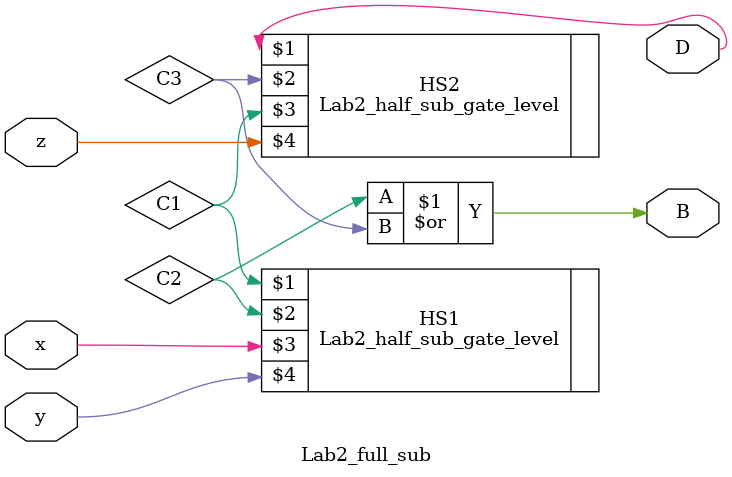
<source format=v>
module Lab2_full_sub(output D, B, input x, y, z);
   wire C1, C2, C3;
   Lab2_half_sub_gate_level HS1(C1, C2, x, y);
   Lab2_half_sub_gate_level HS2(D, C3, C1, z);
   or G1(B, C2, C3);
endmodule

</source>
